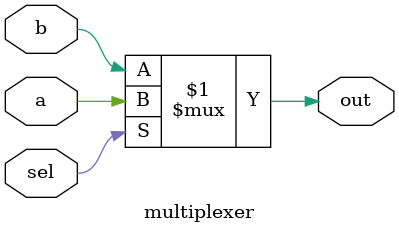
<source format=v>
module C_SA_with_CLA_block_64bit (
    a,b,cin,sum_r,cout_r,clk,rst
);

input [63:0]a,b;
input cin,clk,rst;
output reg [63:0]sum_r;
output reg cout_r;
reg cin_r;
wire [63:0]sum;
wire cout;
wire [6:0]bit_carry;
C_Select_adder_with_CLA_block_8bit  csa1 (a[7:0],b[7:0],cin_r,sum[7:0],bit_carry[0]);
C_Select_adder_with_CLA_block_8bit  csa2 (a[15:8],b[15:8],bit_carry[0],sum[15:8],bit_carry[1]);
C_Select_adder_with_CLA_block_8bit  csa3 (a[23:16],b[23:16],bit_carry[1],sum[23:16],bit_carry[2]);
C_Select_adder_with_CLA_block_8bit  csa4 (a[31:24],b[31:24],bit_carry[2],sum[31:24],bit_carry[3]);
C_Select_adder_with_CLA_block_8bit  csa5 (a[39:32],b[39:32],bit_carry[3],sum[39:32],bit_carry[4]);
C_Select_adder_with_CLA_block_8bit  csa6 (a[47:40],b[47:40],bit_carry[4],sum[47:40],bit_carry[5]);
C_Select_adder_with_CLA_block_8bit  csa7 (a[55:48],b[55:48],bit_carry[5],sum[55:48],bit_carry[6]);
C_Select_adder_with_CLA_block_8bit  csa8 (a[63:56],b[63:56],bit_carry[6],sum[63:56],cout);

always @(posedge clk )
 if (rst) begin
    sum_r<=0;
    cout_r<=0;
    cin_r<=0;
    end
   else begin
    sum_r<=sum;
    cout_r<=cout;
    cin_r<=cin;
   end
endmodule


module C_Select_adder_with_CLA_block_8bit (
    a,b,cin,sum,cout
);

input [7:0] a,b;
input cin;
output [7:0] sum;
output cout ;

wire [7:0]s0,s1;
wire cout_1,cout_0;
CLAv2_8bit u0 (a,b,1'b0,s0,cout_0);
CLAv2_8bit u1 (a,b,1'b1,s1,cout_1);

multiplexer_8_bit  sum_mul(s1,s0,cin,sum);

assign cout = (~cin&cout_1 )|(cin &cout_0);
// multiplexer cout_mul(cout_1,cout_0,cin,cout);

endmodule //C_Select_adder_withCLA.block

module CLAv2_8bit (
    a,b,cin,sum,cout
    );

input [7:0]a,b;
input cin;
output [7:0]sum;
output cout;

wire cin_first;
CLA_4_bit_block u0 (a[3:0],b[3:0],cin,sum[3:0],cin_first);
CLA_4_bit_block u1 (a[7:4],b[7:4],cin_first,sum[7:4],cout);

endmodule //CLAv2_8bit


    
module CLA_4_bit_block(a,b,cin,sum,cout);
input [3:0] a,b;
input cin;
output [3:0] sum;
output cout;

wire [3:0] p,g,c;

pg_gen u0 (a,b,p,g);

assign c[0]=cin;
assign c[1]= g[0]|(p[0]&c[0]);
assign c[2]= g[1]|(p[1]&c[1]);
assign c[3]= g[2]|(p[2]&c[2]);
assign cout= g[3]|(p[3]&c[3]);
assign sum[0]=p[0]^c[0];
assign sum[3:1]=p[3:1]^c[3:1];

endmodule

module pg_gen (
    a,b,p,g    
);
input [3:0]a,b;
output [3:0]p,g;

assign p=a^b;
assign g=a&b;

endmodule 

module  multiplexer_8_bit (a,b,sel,out
);

input [7:0]a,b;
input sel;
output [7:0]out;
assign out= (sel)?a:b;

endmodule 

module multiplexer (a,b,sel,out);

input a,b;
input sel;
output out;
assign out = sel?a:b;
endmodule
</source>
